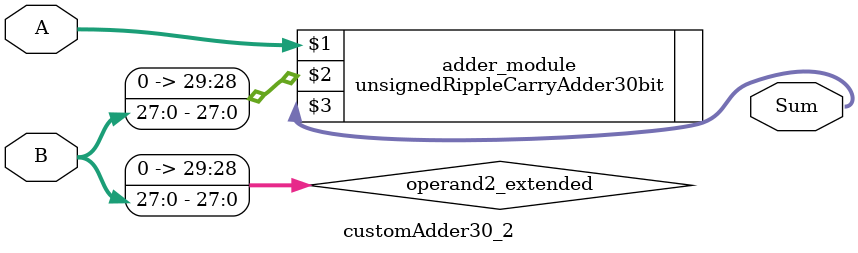
<source format=v>

module customAdder30_2(
                    input [29 : 0] A,
                    input [27 : 0] B,
                    
                    output [30 : 0] Sum
            );

    wire [29 : 0] operand2_extended;
    
    assign operand2_extended =  {2'b0, B};
    
    unsignedRippleCarryAdder30bit adder_module(
        A,
        operand2_extended,
        Sum
    );
    
endmodule
        
</source>
